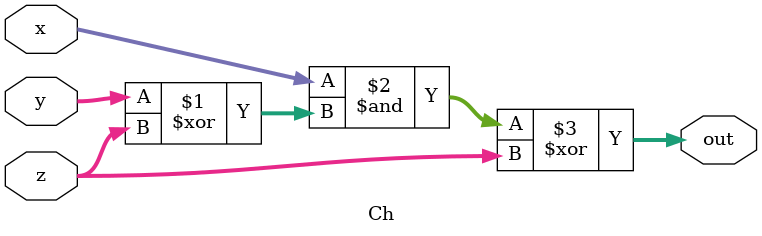
<source format=v>
module Ch(
	input [31:0] x,
	input [31:0] y,
	input [31:0] z,
	output [31:0] out
);
	assign out = ((x & (y ^ z)) ^ z);

endmodule
</source>
